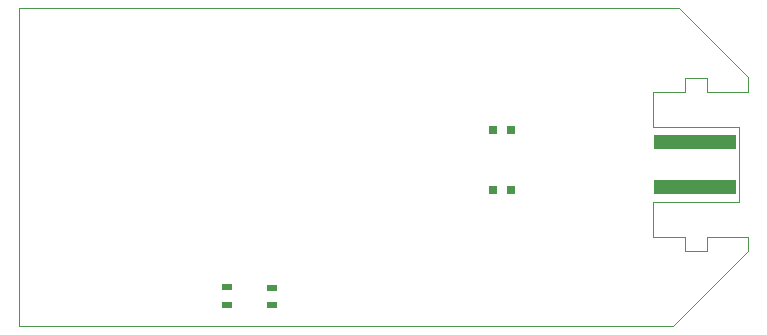
<source format=gbp>
%TF.GenerationSoftware,KiCad,Pcbnew,5.0.1*%
%TF.CreationDate,2019-02-24T22:19:24+01:00*%
%TF.ProjectId,bobbycar,626F6262796361722E6B696361645F70,rev?*%
%TF.SameCoordinates,Original*%
%TF.FileFunction,Paste,Bot*%
%TF.FilePolarity,Positive*%
%FSLAX46Y46*%
G04 Gerber Fmt 4.6, Leading zero omitted, Abs format (unit mm)*
G04 Created by KiCad (PCBNEW 5.0.1) date So 24 Feb 2019 22:19:24 CET*
%MOMM*%
%LPD*%
G01*
G04 APERTURE LIST*
%ADD10C,0.100000*%
%ADD11R,0.900000X0.500000*%
%ADD12R,0.800000X0.750000*%
%ADD13R,7.000000X1.270000*%
G04 APERTURE END LIST*
D10*
X162306000Y-91440000D02*
X162306000Y-92659200D01*
X158877000Y-92659200D02*
X162306000Y-92659200D01*
X158877000Y-91516200D02*
X158877000Y-92659200D01*
X156972000Y-91516200D02*
X158877000Y-91516200D01*
X156972000Y-92659200D02*
X156972000Y-91516200D01*
X154279600Y-92659200D02*
X156972000Y-92659200D01*
X154279600Y-95605600D02*
X154279600Y-92659200D01*
X161544000Y-95605600D02*
X154279600Y-95605600D01*
X161544000Y-102006400D02*
X161544000Y-95605600D01*
X154279600Y-102006400D02*
X161544000Y-102006400D01*
X154279600Y-104952800D02*
X154279600Y-102006400D01*
X156972000Y-104952800D02*
X154279600Y-104952800D01*
X156972000Y-106095800D02*
X156972000Y-104952800D01*
X158877000Y-106095800D02*
X156972000Y-106095800D01*
X158877000Y-104952800D02*
X158877000Y-106095800D01*
X162306000Y-104952800D02*
X158877000Y-104952800D01*
X162306000Y-106172000D02*
X162306000Y-104952800D01*
X162306000Y-91440000D02*
X156464000Y-85598000D01*
X162306000Y-106172000D02*
X155956000Y-112522000D01*
X100584000Y-85598000D02*
X100584000Y-112522000D01*
X155956000Y-112522000D02*
X100584000Y-112522000D01*
X156464000Y-85598000D02*
X100584000Y-85598000D01*
D11*
X122047000Y-110744000D03*
X122047000Y-109244000D03*
X118237000Y-110720000D03*
X118237000Y-109220000D03*
D12*
X140740000Y-95885000D03*
X142240000Y-95885000D03*
X140740000Y-100965000D03*
X142240000Y-100965000D03*
D13*
X157792800Y-96906000D03*
X157792800Y-100706000D03*
M02*

</source>
